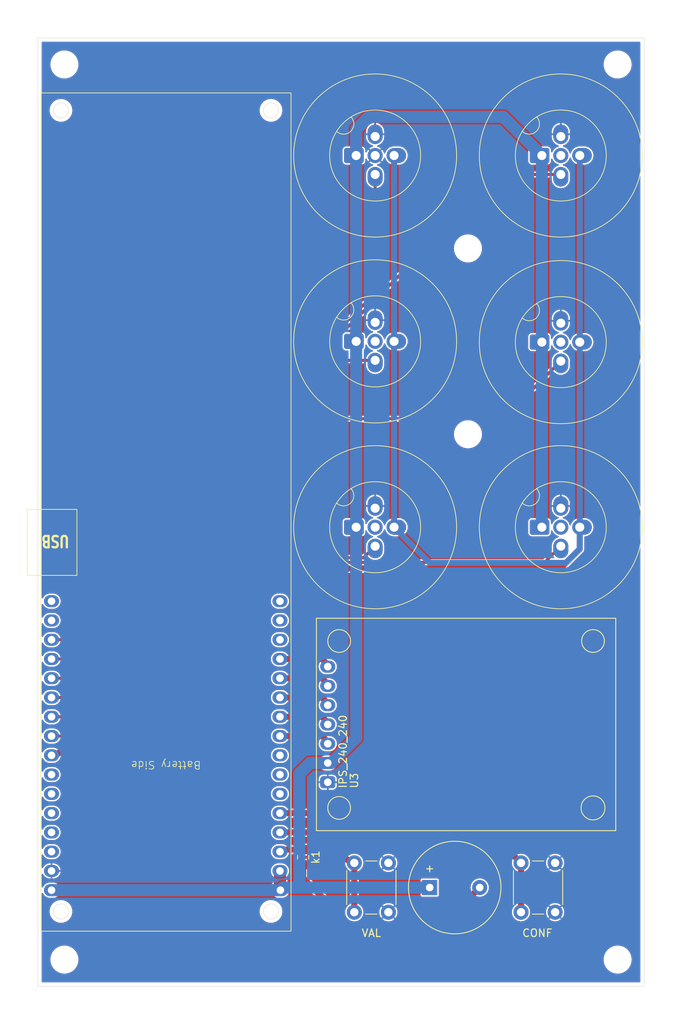
<source format=kicad_pcb>
(kicad_pcb (version 20241229) (generator "pcbnew") (generator_version "9.0")
  (layers (0 "F.Cu" signal) (2 "B.Cu" signal) (13 "F.Paste" user) (15 "B.Paste" user) (5 "F.SilkS" user "F.Silkscreen") (7 "B.SilkS" user "B.Silkscreen") (1 "F.Mask" user) (3 "B.Mask" user) (25 "Edge.Cuts" user))
  (net 0 "")
  (net 13 "GND")
  (net 14 "CLK")
  (net 20 "DAT2")
  (net 21 "DAT3")
  (net 22 "DAT4")
  (net 23 "DAT5")
  (net 24 "DAT6")
  (net 25 "DAT1")
  (net 26 "Net-(BZ2--)")
  (net 27 "+3.3V")
  (net 28 "BUZZER")
  (net 29 "LCD_DC")
  (net 30 "LCD_DAT")
  (net 31 "LCD_RES")
  (net 32 "LCD_CLK")
  (net 33 "LCD_BL")
  (net 34 "KEY_VAL")
  (net 35 "KEY_CONF")
  (footprint "MountingHole:MountingHole_3.2mm_M3" (layer "F.Cu") (at 146.75 57.75)
    (property "Reference" "H6" (hide yes))
    (property "Value" "MountingHole")
    (pad "" np_thru_hole circle (at 0 0) (size 3.2 3.2) (drill 3.2) (layers "*.Cu" "*.Mask"))
  )
  (footprint "liebler_MECH:Buzzer_12x9.5RM6.6" (layer "F.Cu") (at 141.7 142)
    (property "Reference" "BZ2" (hide yes))
    (property "Value" "Buzzer")
    (fp_circle (center 3.3 0) (end 9.4 0) (stroke (width 0.12)) (fill no) (layer "F.SilkS"))
    (fp_text user "+" (at 0 -2.54 0) (layer "F.SilkS"))
    (pad "1" thru_hole rect (at 0 0) (size 2 2) (drill 1) (layers "*.Cu" "*.Mask") (net 27 "+3.3V"))
    (pad "2" thru_hole circle (at 6.6 0) (size 2 2) (drill 1) (layers "*.Cu" "*.Mask") (net 26 "Net-(BZ2--)"))
  )
  (footprint "Resistor_SMD:R_0805_2012Metric_Pad1.20x1.40mm_HandSolder" (layer "F.Cu") (at 125 138 90)
    (property "Reference" "R1" (hide yes))
    (property "Value" "k1" (at 0 1.65 90) (layer "F.SilkS"))
    (fp_line (start -0.227064 -0.735) (end 0.227064 -0.735) (stroke (width 0.12)) (layer "F.SilkS"))
    (fp_line (start -0.227064 0.735) (end 0.227064 0.735) (stroke (width 0.12)) (layer "F.SilkS"))
    (pad "1" smd roundrect (at -1 0 90) (size 1.2 1.4) (layers "F.Cu" "F.Mask" "F.Paste") (roundrect_rratio 0.208333) (net 26 "Net-(BZ2--)"))
    (pad "2" smd roundrect (at 1 0 90) (size 1.2 1.4) (layers "F.Cu" "F.Mask" "F.Paste") (roundrect_rratio 0.208333) (net 28 "BUZZER"))
  )
  (footprint "MountingHole:MountingHole_3.2mm_M3" (layer "F.Cu") (at 146.75 82.25)
    (property "Reference" "H5" (hide yes))
    (property "Value" "MountingHole")
    (pad "" np_thru_hole circle (at 0 0) (size 3.2 3.2) (drill 3.2) (layers "*.Cu" "*.Mask"))
  )
  (footprint "liebler_CONN:M12-5" (layer "F.Cu") (at 134.5 45.5)
    (property "Reference" "J1" (hide yes))
    (property "Value" "DB1")
    (fp_arc (start -3.2 -5.10263) (mid -3.2 -3.2) (end -5.10263 -3.2) (stroke (width 0.1)) (layer "F.SilkS"))
    (fp_circle (center 0 0) (end 0 -6) (stroke (width 0.1)) (fill no) (layer "F.SilkS"))
    (fp_circle (center 0 0) (end 10.75 0) (stroke (width 0.1)) (fill no) (layer "F.SilkS"))
    (pad "1" thru_hole roundrect (at -2.5 0) (size 2.6 2) (drill 1.2 (offset -0.3 0)) (layers "*.Cu" "*.Mask") (roundrect_rratio 0.15) (net 27 "+3.3V"))
    (pad "2" thru_hole roundrect (at 0 -2.5 90) (size 2.6 2) (drill 1.2 (offset 0.3 0)) (layers "*.Cu" "*.Mask") (roundrect_rratio 0.5) (net 13 "GND"))
    (pad "3" thru_hole roundrect (at 2.5 0) (size 2.6 2) (drill 1.2 (offset 0.3 0)) (layers "*.Cu" "*.Mask") (roundrect_rratio 0.5) (net 14 "CLK"))
    (pad "4" thru_hole roundrect (at 0 2.5 270) (size 2.6 2) (drill 1.2 (offset 0.3 0)) (layers "*.Cu" "*.Mask") (roundrect_rratio 0.5) (net 25 "DAT1"))
    (pad "5" thru_hole circle (at 0 0) (size 2 2) (drill 1.2) (layers "*.Cu" "*.Mask") (net 13 "GND"))
  )
  (footprint "Button_Switch_THT:SW_PUSH_6mm" (layer "F.Cu") (at 131.75 145.25 90)
    (property "Reference" "SW1" (hide yes))
    (property "Value" "VAL" (at -2.75 2.25 180) (layer "F.SilkS"))
    (fp_line (start 5.5 -1) (end 1 -1) (stroke (width 0.12)) (layer "F.SilkS"))
    (fp_line (start -0.25 1.5) (end -0.25 3) (stroke (width 0.12)) (layer "F.SilkS"))
    (fp_line (start 6.75 3) (end 6.75 1.5) (stroke (width 0.12)) (layer "F.SilkS"))
    (fp_line (start 1 5.5) (end 5.5 5.5) (stroke (width 0.12)) (layer "F.SilkS"))
    (pad "1" thru_hole circle (at 0 0 180) (size 2 2) (drill 1.1) (layers "*.Cu" "*.Mask") (net 34 "KEY_VAL"))
    (pad "1" thru_hole circle (at 6.5 0 180) (size 2 2) (drill 1.1) (layers "*.Cu" "*.Mask") (net 34 "KEY_VAL"))
    (pad "2" thru_hole circle (at 0 4.5 180) (size 2 2) (drill 1.1) (layers "*.Cu" "*.Mask") (net 13 "GND"))
    (pad "2" thru_hole circle (at 6.5 4.5 180) (size 2 2) (drill 1.1) (layers "*.Cu" "*.Mask") (net 13 "GND"))
  )
  (footprint "MountingHole:MountingHole_3.2mm_M3" (layer "F.Cu") (at 93.5 33.5)
    (property "Reference" "H2" (hide yes))
    (property "Value" "MountingHole")
    (pad "" np_thru_hole circle (at 0 0) (size 3.2 3.2) (drill 3.2) (layers "*.Cu" "*.Mask"))
  )
  (footprint "liebler_CONN:M12-5" (layer "F.Cu") (at 159 70.1)
    (property "Reference" "J4" (hide yes))
    (property "Value" "DB1")
    (fp_arc (start -3.2 -5.10263) (mid -3.2 -3.2) (end -5.10263 -3.2) (stroke (width 0.1)) (layer "F.SilkS"))
    (fp_circle (center 0 0) (end 0 -6) (stroke (width 0.1)) (fill no) (layer "F.SilkS"))
    (fp_circle (center 0 0) (end 10.75 0) (stroke (width 0.1)) (fill no) (layer "F.SilkS"))
    (pad "1" thru_hole roundrect (at -2.5 0) (size 2.6 2) (drill 1.2 (offset -0.3 0)) (layers "*.Cu" "*.Mask") (roundrect_rratio 0.15) (net 27 "+3.3V"))
    (pad "2" thru_hole roundrect (at 0 -2.5 90) (size 2.6 2) (drill 1.2 (offset 0.3 0)) (layers "*.Cu" "*.Mask") (roundrect_rratio 0.5) (net 13 "GND"))
    (pad "3" thru_hole roundrect (at 2.5 0) (size 2.6 2) (drill 1.2 (offset 0.3 0)) (layers "*.Cu" "*.Mask") (roundrect_rratio 0.5) (net 14 "CLK"))
    (pad "4" thru_hole roundrect (at 0 2.5 270) (size 2.6 2) (drill 1.2 (offset 0.3 0)) (layers "*.Cu" "*.Mask") (roundrect_rratio 0.5) (net 22 "DAT4"))
    (pad "5" thru_hole circle (at 0 0) (size 2 2) (drill 1.2) (layers "*.Cu" "*.Mask"))
  )
  (footprint "liebler_CONN:M12-5" (layer "F.Cu") (at 134.5 70)
    (property "Reference" "J3" (hide yes))
    (property "Value" "DB1")
    (fp_arc (start -3.2 -5.10263) (mid -3.2 -3.2) (end -5.10263 -3.2) (stroke (width 0.1)) (layer "F.SilkS"))
    (fp_circle (center 0 0) (end 0 -6) (stroke (width 0.1)) (fill no) (layer "F.SilkS"))
    (fp_circle (center 0 0) (end 10.75 0) (stroke (width 0.1)) (fill no) (layer "F.SilkS"))
    (pad "1" thru_hole roundrect (at -2.5 0) (size 2.6 2) (drill 1.2 (offset -0.3 0)) (layers "*.Cu" "*.Mask") (roundrect_rratio 0.15) (net 27 "+3.3V"))
    (pad "2" thru_hole roundrect (at 0 -2.5 90) (size 2.6 2) (drill 1.2 (offset 0.3 0)) (layers "*.Cu" "*.Mask") (roundrect_rratio 0.5) (net 13 "GND"))
    (pad "3" thru_hole roundrect (at 2.5 0) (size 2.6 2) (drill 1.2 (offset 0.3 0)) (layers "*.Cu" "*.Mask") (roundrect_rratio 0.5) (net 14 "CLK"))
    (pad "4" thru_hole roundrect (at 0 2.5 270) (size 2.6 2) (drill 1.2 (offset 0.3 0)) (layers "*.Cu" "*.Mask") (roundrect_rratio 0.5) (net 21 "DAT3"))
    (pad "5" thru_hole circle (at 0 0) (size 2 2) (drill 1.2) (layers "*.Cu" "*.Mask"))
  )
  (footprint "MountingHole:MountingHole_3.2mm_M3" (layer "F.Cu") (at 166.5 151.5)
    (property "Reference" "H3" (hide yes))
    (property "Value" "MountingHole")
    (pad "" np_thru_hole circle (at 0 0) (size 3.2 3.2) (drill 3.2) (layers "*.Cu" "*.Mask"))
  )
  (footprint "MountingHole:MountingHole_3.2mm_M3" (layer "F.Cu") (at 166.5 33.5)
    (property "Reference" "H4" (hide yes))
    (property "Value" "MountingHole")
    (pad "" np_thru_hole circle (at 0 0) (size 3.2 3.2) (drill 3.2) (layers "*.Cu" "*.Mask"))
  )
  (footprint "liebler_CONN:M12-5" (layer "F.Cu") (at 134.5 94.5)
    (property "Reference" "J5" (hide yes))
    (property "Value" "DB1")
    (fp_arc (start -3.2 -5.10263) (mid -3.2 -3.2) (end -5.10263 -3.2) (stroke (width 0.1)) (layer "F.SilkS"))
    (fp_circle (center 0 0) (end 0 -6) (stroke (width 0.1)) (fill no) (layer "F.SilkS"))
    (fp_circle (center 0 0) (end 10.75 0) (stroke (width 0.1)) (fill no) (layer "F.SilkS"))
    (pad "1" thru_hole roundrect (at -2.5 0) (size 2.6 2) (drill 1.2 (offset -0.3 0)) (layers "*.Cu" "*.Mask") (roundrect_rratio 0.15) (net 27 "+3.3V"))
    (pad "2" thru_hole roundrect (at 0 -2.5 90) (size 2.6 2) (drill 1.2 (offset 0.3 0)) (layers "*.Cu" "*.Mask") (roundrect_rratio 0.5) (net 13 "GND"))
    (pad "3" thru_hole roundrect (at 2.5 0) (size 2.6 2) (drill 1.2 (offset 0.3 0)) (layers "*.Cu" "*.Mask") (roundrect_rratio 0.5) (net 14 "CLK"))
    (pad "4" thru_hole roundrect (at 0 2.5 270) (size 2.6 2) (drill 1.2 (offset 0.3 0)) (layers "*.Cu" "*.Mask") (roundrect_rratio 0.5) (net 23 "DAT5"))
    (pad "5" thru_hole circle (at 0 0) (size 2 2) (drill 1.2) (layers "*.Cu" "*.Mask"))
  )
  (footprint "liebler_CONN:M12-5" (layer "F.Cu") (at 159 45.5)
    (property "Reference" "J2" (hide yes))
    (property "Value" "DB1")
    (fp_arc (start -3.2 -5.10263) (mid -3.2 -3.2) (end -5.10263 -3.2) (stroke (width 0.1)) (layer "F.SilkS"))
    (fp_circle (center 0 0) (end 0 -6) (stroke (width 0.1)) (fill no) (layer "F.SilkS"))
    (fp_circle (center 0 0) (end 10.75 0) (stroke (width 0.1)) (fill no) (layer "F.SilkS"))
    (pad "1" thru_hole roundrect (at -2.5 0) (size 2.6 2) (drill 1.2 (offset -0.3 0)) (layers "*.Cu" "*.Mask") (roundrect_rratio 0.15) (net 27 "+3.3V"))
    (pad "2" thru_hole roundrect (at 0 -2.5 90) (size 2.6 2) (drill 1.2 (offset 0.3 0)) (layers "*.Cu" "*.Mask") (roundrect_rratio 0.5) (net 13 "GND"))
    (pad "3" thru_hole roundrect (at 2.5 0) (size 2.6 2) (drill 1.2 (offset 0.3 0)) (layers "*.Cu" "*.Mask") (roundrect_rratio 0.5) (net 14 "CLK"))
    (pad "4" thru_hole roundrect (at 0 2.5 270) (size 2.6 2) (drill 1.2 (offset 0.3 0)) (layers "*.Cu" "*.Mask") (roundrect_rratio 0.5) (net 20 "DAT2"))
    (pad "5" thru_hole circle (at 0 0) (size 2 2) (drill 1.2) (layers "*.Cu" "*.Mask"))
  )
  (footprint "liebler_OPTO:IPS_240_240_1.3" (layer "F.Cu") (at 128.25 120.5 90)
    (property "Reference" "U3" (at -8.5 3.5 90) (layer "F.SilkS") (effects (justify left)))
    (property "Value" "IPS_240_240" (at -8.5 2 90) (layer "F.SilkS") (effects (justify left)))
    (fp_line (start 14 -1.5) (end 14 38) (stroke (width 0.12)) (layer "F.SilkS"))
    (fp_line (start 0 -1.5) (end 14 -1.5) (stroke (width 0.12)) (layer "F.SilkS"))
    (fp_line (start -14 -1.5) (end 0 -1.5) (stroke (width 0.12)) (layer "F.SilkS"))
    (fp_line (start 14 38) (end -14 38) (stroke (width 0.12)) (layer "F.SilkS"))
    (fp_line (start -14 38) (end -14 -1.5) (stroke (width 0.12)) (layer "F.SilkS"))
    (fp_circle (center 11 1.5) (end 11 0) (stroke (width 0.12)) (fill no) (layer "F.SilkS"))
    (fp_circle (center -11 1.5) (end -11 0) (stroke (width 0.12)) (fill no) (layer "F.SilkS"))
    (fp_circle (center 11 35) (end 11 33.5) (stroke (width 0.12)) (fill no) (layer "F.SilkS"))
    (fp_circle (center -11 35) (end -10.5 33.5) (stroke (width 0.12)) (fill no) (layer "F.SilkS"))
    (pad "1" thru_hole roundrect (at -7.62 0 90) (size 1.6 2) (drill 1) (layers "*.Cu" "*.Mask") (net 13 "GND"))
    (pad "2" thru_hole oval (at -5.08 0 90) (size 1.6 2) (drill 1) (layers "*.Cu" "*.Mask") (net 27 "+3.3V"))
    (pad "3" thru_hole oval (at -2.54 0 90) (size 1.6 2) (drill 1) (layers "*.Cu" "*.Mask") (net 32 "LCD_CLK"))
    (pad "4" thru_hole oval (at 0 0 90) (size 1.6 2) (drill 1) (layers "*.Cu" "*.Mask") (net 30 "LCD_DAT"))
    (pad "5" thru_hole oval (at 2.54 0 90) (size 1.6 2) (drill 1) (layers "*.Cu" "*.Mask") (net 31 "LCD_RES"))
    (pad "6" thru_hole oval (at 5.08 0 90) (size 1.6 2) (drill 1) (layers "*.Cu" "*.Mask") (net 29 "LCD_DC"))
    (pad "7" thru_hole oval (at 7.62 0 90) (size 1.6 2) (drill 1) (layers "*.Cu" "*.Mask") (net 33 "LCD_BL"))
  )
  (footprint "liebler_MODULES:LilyGO_T-SIM7080G-S3" (layer "F.Cu") (at 106.9 142.35 180)
    (property "Reference" "U1" (hide yes))
    (property "Value" "LilyGO_T-SIM7080G-S3")
    (fp_rect (start 11.75 41.5) (end 18.3 50.2) (stroke (width 0.1)) (fill no) (layer "F.SilkS"))
    (fp_rect (start -16.5 -5.4) (end 16.5 105.1) (stroke (width 0.1)) (fill no) (layer "F.SilkS"))
    (fp_circle (center 13.855 102.8) (end 14.855 102.8) (stroke (width 0.05)) (fill no) (layer "Edge.Cuts"))
    (fp_circle (center 13.855 -2.8) (end 14.855 -2.8) (stroke (width 0.05)) (fill no) (layer "Edge.Cuts"))
    (fp_circle (center -13.855 102.8) (end -12.855 102.8) (stroke (width 0.05)) (fill no) (layer "Edge.Cuts"))
    (fp_circle (center -13.855 -2.8) (end -12.855 -2.8) (stroke (width 0.05)) (fill no) (layer "Edge.Cuts"))
    (fp_text user "Battery Side" (at 0 17.1 180) (layer "F.SilkS") (effects (font (thickness 0.1)) (justify bottom)))
    (fp_text user "USB" (at 12.6 46.9 180) (layer "F.SilkS") (effects (font (size 1.5 1.2) (thickness 0.3) (bold yes)) (justify left bottom)))
    (pad "1" thru_hole roundrect (at -15.1 0 90) (size 1.6 2) (drill 1) (layers "*.Cu" "*.Mask") (roundrect_rratio 0.5) (net 27 "+3.3V"))
    (pad "2" thru_hole roundrect (at -15.042099 2.54 90) (size 1.6 2) (drill 1) (layers "*.Cu" "*.Mask") (roundrect_rratio 0.5) (net 27 "+3.3V"))
    (pad "3" thru_hole roundrect (at -15.042099 5.08 90) (size 1.6 2) (drill 1) (layers "*.Cu" "*.Mask") (roundrect_rratio 0.5) (net 28 "BUZZER"))
    (pad "4" thru_hole roundrect (at -15.042099 7.62 90) (size 1.6 2) (drill 1) (layers "*.Cu" "*.Mask") (roundrect_rratio 0.5) (net 34 "KEY_VAL"))
    (pad "5" thru_hole roundrect (at -15.042099 10.16 90) (size 1.6 2) (drill 1) (layers "*.Cu" "*.Mask") (roundrect_rratio 0.5) (net 35 "KEY_CONF"))
    (pad "6" thru_hole roundrect (at -15.042099 12.7 90) (size 1.6 2) (drill 1) (layers "*.Cu" "*.Mask") (roundrect_rratio 0.5))
    (pad "7" thru_hole roundrect (at -15.042099 15.24 90) (size 1.6 2) (drill 1) (layers "*.Cu" "*.Mask") (roundrect_rratio 0.5))
    (pad "8" thru_hole roundrect (at -15.042099 17.78 90) (size 1.6 2) (drill 1) (layers "*.Cu" "*.Mask") (roundrect_rratio 0.5))
    (pad "9" thru_hole roundrect (at -15.042099 20.32 90) (size 1.6 2) (drill 1) (layers "*.Cu" "*.Mask") (roundrect_rratio 0.5) (net 32 "LCD_CLK"))
    (pad "10" thru_hole roundrect (at -15.042099 22.86 90) (size 1.6 2) (drill 1) (layers "*.Cu" "*.Mask") (roundrect_rratio 0.5) (net 30 "LCD_DAT"))
    (pad "11" thru_hole roundrect (at -15.042099 25.4 90) (size 1.6 2) (drill 1) (layers "*.Cu" "*.Mask") (roundrect_rratio 0.5) (net 31 "LCD_RES"))
    (pad "12" thru_hole roundrect (at -15.042099 27.94 90) (size 1.6 2) (drill 1) (layers "*.Cu" "*.Mask") (roundrect_rratio 0.5) (net 29 "LCD_DC"))
    (pad "13" thru_hole roundrect (at -15.042099 30.48 90) (size 1.6 2) (drill 1) (layers "*.Cu" "*.Mask") (roundrect_rratio 0.5) (net 33 "LCD_BL"))
    (pad "14" thru_hole roundrect (at -15.042099 33.02 90) (size 1.6 2) (drill 1) (layers "*.Cu" "*.Mask") (roundrect_rratio 0.5))
    (pad "15" thru_hole roundrect (at -15.042099 35.56 90) (size 1.6 2) (drill 1) (layers "*.Cu" "*.Mask") (roundrect_rratio 0.5))
    (pad "16" thru_hole roundrect (at -15.042099 38.1 90) (size 1.6 2) (drill 1) (layers "*.Cu" "*.Mask") (roundrect_rratio 0.5))
    (pad "17" thru_hole roundrect (at 15.1 38.1 90) (size 1.6 2) (drill 1) (layers "*.Cu" "*.Mask") (roundrect_rratio 0.5))
    (pad "18" thru_hole roundrect (at 15.1 35.56 90) (size 1.6 2) (drill 1) (layers "*.Cu" "*.Mask") (roundrect_rratio 0.5))
    (pad "19" thru_hole roundrect (at 15.1 33.02 90) (size 1.6 2) (drill 1) (layers "*.Cu" "*.Mask") (roundrect_rratio 0.5) (net 25 "DAT1"))
    (pad "20" thru_hole roundrect (at 15.1 30.48 90) (size 1.6 2) (drill 1) (layers "*.Cu" "*.Mask") (roundrect_rratio 0.5) (net 20 "DAT2"))
    (pad "21" thru_hole roundrect (at 15.1 27.94 90) (size 1.6 2) (drill 1) (layers "*.Cu" "*.Mask") (roundrect_rratio 0.5) (net 21 "DAT3"))
    (pad "22" thru_hole roundrect (at 15.1 25.4 90) (size 1.6 2) (drill 1) (layers "*.Cu" "*.Mask") (roundrect_rratio 0.5) (net 22 "DAT4"))
    (pad "23" thru_hole roundrect (at 15.1 22.86 90) (size 1.6 2) (drill 1) (layers "*.Cu" "*.Mask") (roundrect_rratio 0.5) (net 23 "DAT5"))
    (pad "24" thru_hole roundrect (at 15.1 20.32 90) (size 1.6 2) (drill 1) (layers "*.Cu" "*.Mask") (roundrect_rratio 0.5) (net 24 "DAT6"))
    (pad "25" thru_hole roundrect (at 15.1 17.78 90) (size 1.6 2) (drill 1) (layers "*.Cu" "*.Mask") (roundrect_rratio 0.5) (net 14 "CLK"))
    (pad "26" thru_hole roundrect (at 15.1 15.24 90) (size 1.6 2) (drill 1) (layers "*.Cu" "*.Mask") (roundrect_rratio 0.5))
    (pad "27" thru_hole roundrect (at 15.1 12.7 90) (size 1.6 2) (drill 1) (layers "*.Cu" "*.Mask") (roundrect_rratio 0.5))
    (pad "28" thru_hole roundrect (at 15.1 10.16 90) (size 1.6 2) (drill 1) (layers "*.Cu" "*.Mask") (roundrect_rratio 0.5))
    (pad "29" thru_hole roundrect (at 15.1 7.62 90) (size 1.6 2) (drill 1) (layers "*.Cu" "*.Mask") (roundrect_rratio 0.5))
    (pad "30" thru_hole roundrect (at 15.1 5.08 90) (size 1.6 2) (drill 1) (layers "*.Cu" "*.Mask") (roundrect_rratio 0.5))
    (pad "31" thru_hole roundrect (at 15.1 2.54 90) (size 1.6 2) (drill 1) (layers "*.Cu" "*.Mask") (roundrect_rratio 0.5) (net 13 "GND"))
    (pad "32" thru_hole roundrect (at 15.1 0 90) (size 1.6 2) (drill 1) (layers "*.Cu" "*.Mask") (roundrect_rratio 0.5) (net 27 "+3.3V"))
  )
  (footprint "Button_Switch_THT:SW_PUSH_6mm" (layer "F.Cu") (at 153.75 145.25 90)
    (property "Reference" "SW2" (hide yes))
    (property "Value" "CONF" (at -2.75 2.15 180) (layer "F.SilkS"))
    (fp_line (start 5.5 -1) (end 1 -1) (stroke (width 0.12)) (layer "F.SilkS"))
    (fp_line (start -0.25 1.5) (end -0.25 3) (stroke (width 0.12)) (layer "F.SilkS"))
    (fp_line (start 6.75 3) (end 6.75 1.5) (stroke (width 0.12)) (layer "F.SilkS"))
    (fp_line (start 1 5.5) (end 5.5 5.5) (stroke (width 0.12)) (layer "F.SilkS"))
    (pad "1" thru_hole circle (at 0 0 180) (size 2 2) (drill 1.1) (layers "*.Cu" "*.Mask") (net 35 "KEY_CONF"))
    (pad "1" thru_hole circle (at 6.5 0 180) (size 2 2) (drill 1.1) (layers "*.Cu" "*.Mask") (net 35 "KEY_CONF"))
    (pad "2" thru_hole circle (at 0 4.5 180) (size 2 2) (drill 1.1) (layers "*.Cu" "*.Mask") (net 13 "GND"))
    (pad "2" thru_hole circle (at 6.5 4.5 180) (size 2 2) (drill 1.1) (layers "*.Cu" "*.Mask") (net 13 "GND"))
  )
  (footprint "MountingHole:MountingHole_3.2mm_M3" (layer "F.Cu") (at 93.5 151.5)
    (property "Reference" "H1" (hide yes))
    (property "Value" "MountingHole")
    (pad "" np_thru_hole circle (at 0 0) (size 3.2 3.2) (drill 3.2) (layers "*.Cu" "*.Mask"))
  )
  (footprint "liebler_CONN:M12-5" (layer "F.Cu") (at 159 94.5)
    (property "Reference" "J6" (hide yes))
    (property "Value" "DB1")
    (fp_arc (start -3.2 -5.10263) (mid -3.2 -3.2) (end -5.10263 -3.2) (stroke (width 0.1)) (layer "F.SilkS"))
    (fp_circle (center 0 0) (end 0 -6) (stroke (width 0.1)) (fill no) (layer "F.SilkS"))
    (fp_circle (center 0 0) (end 10.75 0) (stroke (width 0.1)) (fill no) (layer "F.SilkS"))
    (pad "1" thru_hole roundrect (at -2.5 0) (size 2.6 2) (drill 1.2 (offset -0.3 0)) (layers "*.Cu" "*.Mask") (roundrect_rratio 0.15) (net 27 "+3.3V"))
    (pad "2" thru_hole roundrect (at 0 -2.5 90) (size 2.6 2) (drill 1.2 (offset 0.3 0)) (layers "*.Cu" "*.Mask") (roundrect_rratio 0.5) (net 13 "GND"))
    (pad "3" thru_hole roundrect (at 2.5 0) (size 2.6 2) (drill 1.2 (offset 0.3 0)) (layers "*.Cu" "*.Mask") (roundrect_rratio 0.5) (net 14 "CLK"))
    (pad "4" thru_hole roundrect (at 0 2.5 270) (size 2.6 2) (drill 1.2 (offset 0.3 0)) (layers "*.Cu" "*.Mask") (roundrect_rratio 0.5) (net 24 "DAT6"))
    (pad "5" thru_hole circle (at 0 0) (size 2 2) (drill 1.2) (layers "*.Cu" "*.Mask"))
  )
  (gr_rect (start 90 30) (end 170 155) (stroke (width 0.05)) (fill no) (layer "Edge.Cuts"))
  (segment (start 161.5 97.371448) (end 161.5 94.5) (width 0.8) (layer "F.Cu") (net 14))
  (segment (start 158.936662 99.934786) (end 161.5 97.371448) (width 0.8) (layer "F.Cu") (net 14))
  (segment (start 91.3 124.57) (end 92.43 124.57) (width 0.8) (layer "F.Cu") (net 14))
  (segment (start 117.065214 99.934786) (end 158.936662 99.934786) (width 0.8) (layer "F.Cu") (net 14))
  (segment (start 92.43 124.57) (end 117.065214 99.934786) (width 0.8) (layer "F.Cu") (net 14))
  (segment (start 161.5 70.1) (end 161.5 45.5) (width 0.8) (layer "B.Cu") (net 14))
  (segment (start 161.5 94.5) (end 161.5 70.1) (width 0.8) (layer "B.Cu") (net 14))
  (segment (start 161.5 97.371448) (end 159.670448 99.201) (width 0.8) (layer "B.Cu") (net 14))
  (segment (start 141.701 99.201) (end 137 94.5) (width 0.8) (layer "B.Cu") (net 14))
  (segment (start 137 94.5) (end 137 45.5) (width 0.8) (layer "B.Cu") (net 14))
  (segment (start 159.670448 99.201) (end 141.701 99.201) (width 0.8) (layer "B.Cu") (net 14))
  (segment (start 161.5 94.5) (end 161.5 97.371448) (width 0.8) (layer "B.Cu") (net 14))
  (segment (start 100.597446 111.87) (end 115.737661 96.729786) (width 0.4) (layer "F.Cu") (net 20))
  (segment (start 151.008636 48) (end 159 48) (width 0.4) (layer "F.Cu") (net 20))
  (segment (start 128 71.008636) (end 151.008636 48) (width 0.4) (layer "F.Cu") (net 20))
  (segment (start 91.3 111.87) (end 100.597446 111.87) (width 0.4) (layer "F.Cu") (net 20))
  (segment (start 128 88.300116) (end 128 71.008636) (width 0.4) (layer "F.Cu") (net 20))
  (segment (start 115.737661 96.729786) (end 119.57033 96.729786) (width 0.4) (layer "F.Cu") (net 20))
  (segment (start 119.57033 96.729786) (end 128 88.300116) (width 0.4) (layer "F.Cu") (net 20))
  (segment (start 128.601 73.899) (end 130 72.5) (width 0.4) (layer "F.Cu") (net 21))
  (segment (start 98.907388 114.41) (end 115.986603 97.330786) (width 0.4) (layer "F.Cu") (net 21))
  (segment (start 128.601 88.549058) (end 128.601 73.899) (width 0.4) (layer "F.Cu") (net 21))
  (segment (start 115.986603 97.330786) (end 119.819272 97.330786) (width 0.4) (layer "F.Cu") (net 21))
  (segment (start 130 72.5) (end 134 72.5) (width 0.4) (layer "F.Cu") (net 21))
  (segment (start 119.819272 97.330786) (end 128.601 88.549058) (width 0.4) (layer "F.Cu") (net 21))
  (segment (start 92.09 114.41) (end 98.907388 114.41) (width 0.4) (layer "F.Cu") (net 21))
  (segment (start 129.202 81.798) (end 130.801 80.199) (width 0.4) (layer "F.Cu") (net 22))
  (segment (start 91.3 116.95) (end 97.21733 116.95) (width 0.4) (layer "F.Cu") (net 22))
  (segment (start 151.401 80.199) (end 159 72.6) (width 0.4) (layer "F.Cu") (net 22))
  (segment (start 97.21733 116.95) (end 116.235545 97.931786) (width 0.4) (layer "F.Cu") (net 22))
  (segment (start 120.068214 97.931786) (end 129.202 88.798) (width 0.4) (layer "F.Cu") (net 22))
  (segment (start 116.235545 97.931786) (end 120.068214 97.931786) (width 0.4) (layer "F.Cu") (net 22))
  (segment (start 129.202 88.798) (end 129.202 81.798) (width 0.4) (layer "F.Cu") (net 22))
  (segment (start 130.801 80.199) (end 151.401 80.199) (width 0.4) (layer "F.Cu") (net 22))
  (segment (start 132.967214 98.532786) (end 134.5 97) (width 0.4) (layer "F.Cu") (net 23))
  (segment (start 116.484487 98.532786) (end 132.967214 98.532786) (width 0.4) (layer "F.Cu") (net 23))
  (segment (start 91.31 119.5) (end 95.517272 119.5) (width 0.4) (layer "F.Cu") (net 23))
  (segment (start 95.517272 119.5) (end 116.484487 98.532786) (width 0.4) (layer "F.Cu") (net 23))
  (segment (start 93.837214 122.03) (end 116.733429 99.133786) (width 0.4) (layer "F.Cu") (net 24))
  (segment (start 116.733429 99.133786) (end 156.866214 99.133786) (width 0.4) (layer "F.Cu") (net 24))
  (segment (start 156.866214 99.133786) (end 159 97) (width 0.4) (layer "F.Cu") (net 24))
  (segment (start 91.3 122.03) (end 93.837214 122.03) (width 0.4) (layer "F.Cu") (net 24))
  (segment (start 92.17 109.33) (end 102.287504 109.33) (width 0.4) (layer "F.Cu") (net 25))
  (segment (start 115.488719 96.128786) (end 119.321388 96.128786) (width 0.4) (layer "F.Cu") (net 25))
  (segment (start 127.399 70.759694) (end 134.5 63.658694) (width 0.4) (layer "F.Cu") (net 25))
  (segment (start 119.321388 96.128786) (end 127.399 88.051174) (width 0.4) (layer "F.Cu") (net 25))
  (segment (start 127.399 88.051174) (end 127.399 70.759694) (width 0.4) (layer "F.Cu") (net 25))
  (segment (start 134.5 63.658694) (end 134.5 48) (width 0.4) (layer "F.Cu") (net 25))
  (segment (start 102.287504 109.33) (end 115.488719 96.128786) (width 0.4) (layer "F.Cu") (net 25))
  (segment (start 143.449 146.851) (end 148.3 142) (width 0.8) (layer "F.Cu") (net 26))
  (segment (start 125 140.764156) (end 131.086844 146.851) (width 0.8) (layer "F.Cu") (net 26))
  (segment (start 125 139) (end 125 140.764156) (width 0.8) (layer "F.Cu") (net 26))
  (segment (start 131.086844 146.851) (end 143.449 146.851) (width 0.8) (layer "F.Cu") (net 26))
  (segment (start 121.942099 142.292099) (end 122 142.35) (width 1.6) (layer "F.Cu") (net 27))
  (segment (start 121.942099 139.81) (end 121.942099 142.292099) (width 1.6) (layer "F.Cu") (net 27))
  (segment (start 124.5 142) (end 122.35 142) (width 1.6) (layer "B.Cu") (net 27))
  (segment (start 151.399 40.399) (end 156.5 45.5) (width 1.6) (layer "B.Cu") (net 27))
  (segment (start 132 94.5) (end 132 122.286999) (width 1.6) (layer "B.Cu") (net 27))
  (segment (start 132 122.286999) (end 128.706999 125.58) (width 1.6) (layer "B.Cu") (net 27))
  (segment (start 156.5 94.5) (end 156.5 45.5) (width 1.6) (layer "B.Cu") (net 27))
  (segment (start 141.7 142) (end 124.5 142) (width 1.6) (layer "B.Cu") (net 27))
  (segment (start 133.663866 40.399) (end 151.399 40.399) (width 1.6) (layer "B.Cu") (net 27))
  (segment (start 132 42.062866) (end 133.663866 40.399) (width 1.6) (layer "B.Cu") (net 27))
  (segment (start 122.35 142) (end 122 142.35) (width 1.6) (layer "B.Cu") (net 27))
  (segment (start 91.8 142.35) (end 122 142.35) (width 1.6) (layer "B.Cu") (net 27))
  (segment (start 132 45.5) (end 132 42.062866) (width 1.6) (layer "B.Cu") (net 27))
  (segment (start 132 94.5) (end 132 45.5) (width 1.6) (layer "B.Cu") (net 27))
  (segment (start 124.5 127) (end 124.5 142) (width 1.6) (layer "B.Cu") (net 27))
  (segment (start 125.92 125.58) (end 124.5 127) (width 1.6) (layer "B.Cu") (net 27))
  (segment (start 128.706999 125.58) (end 125.92 125.58) (width 1.6) (layer "B.Cu") (net 27))
  (segment (start 125 137) (end 121.712099 137) (width 0.8) (layer "F.Cu") (net 28))
  (segment (start 127.49 114.41) (end 128.5 115.42) (width 0.8) (layer "F.Cu") (net 29))
  (segment (start 121.442099 114.41) (end 127.49 114.41) (width 0.8) (layer "F.Cu") (net 29))
  (segment (start 121.442099 119.49) (end 127.49 119.49) (width 0.8) (layer "F.Cu") (net 30))
  (segment (start 127.49 119.49) (end 128.5 120.5) (width 0.8) (layer "F.Cu") (net 30))
  (segment (start 121.442099 116.95) (end 127.49 116.95) (width 0.8) (layer "F.Cu") (net 31))
  (segment (start 127.49 116.95) (end 128.5 117.96) (width 0.8) (layer "F.Cu") (net 31))
  (segment (start 121.442099 122.03) (end 127.49 122.03) (width 0.8) (layer "F.Cu") (net 32))
  (segment (start 127.49 122.03) (end 128.5 123.04) (width 0.8) (layer "F.Cu") (net 32))
  (segment (start 121.442099 111.87) (end 127.49 111.87) (width 0.8) (layer "F.Cu") (net 33))
  (segment (start 127.49 111.87) (end 128.5 112.88) (width 0.8) (layer "F.Cu") (net 33))
  (segment (start 127.23 134.73) (end 121.442099 134.73) (width 0.8) (layer "F.Cu") (net 34))
  (segment (start 131.75 145.25) (end 131.75 138.75) (width 0.8) (layer "F.Cu") (net 34))
  (segment (start 131.25 138.75) (end 127.23 134.73) (width 0.8) (layer "F.Cu") (net 34))
  (segment (start 147.19 132.19) (end 121.442099 132.19) (width 0.8) (layer "F.Cu") (net 35))
  (segment (start 153.75 138.75) (end 147.19 132.19) (width 0.8) (layer "F.Cu") (net 35))
  (segment (start 153.75 138.75) (end 153.75 145.25) (width 0.8) (layer "F.Cu") (net 35))
  (zone (net 13) (net_name "GND") (layers "F.Cu" "B.Cu") (connect_pads (clearance 0.2)) (min_thickness 0.2) (fill yes (thermal_gap 0.2) (thermal_bridge_width 0.21))
    (polygon (pts (xy 85 160) (xy 175 160) (xy 175 25) (xy 85 25)))
  )
)
</source>
